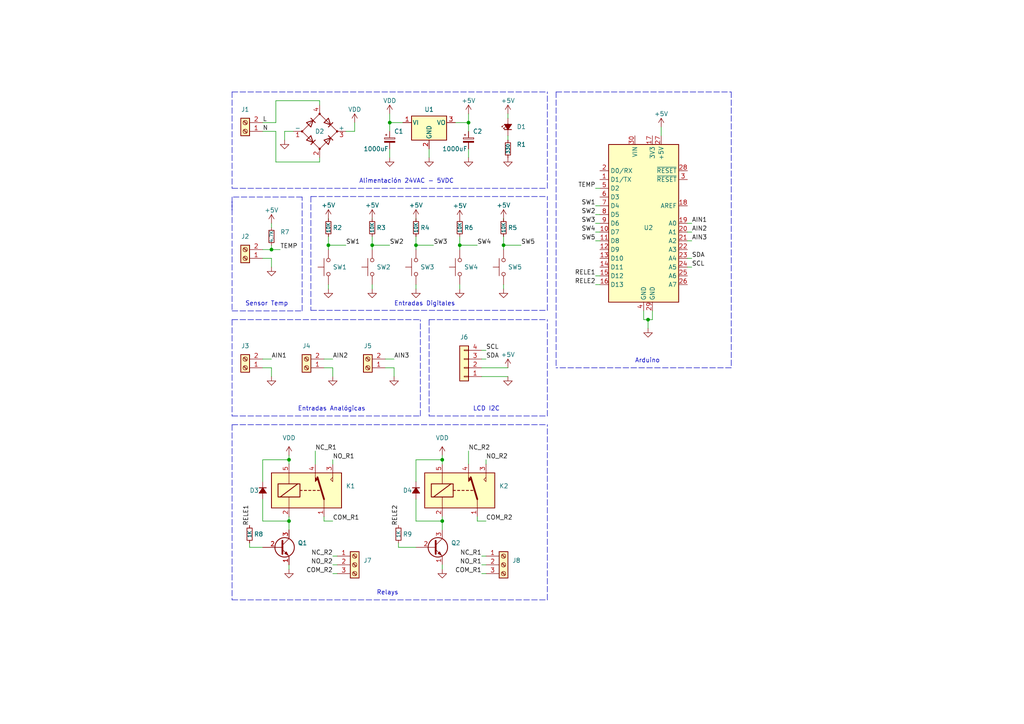
<source format=kicad_sch>
(kicad_sch (version 20211123) (generator eeschema)
  (paper "A4")
  (title_block (title "PCB Control del Lago") (date "2022-09-08") (rev "V 1.0") (company "@ealvarado"))
  (lib_symbols
    (symbol "Connector:Screw_Terminal_01x02" (pin_names (offset 1.016) hide)
      (property "Reference" "J" (at 0 2.54 0))
      (property "Value" "Screw_Terminal_01x02" (at 0 -5.08 0))
      (symbol "Screw_Terminal_01x02_1_1"
        (rectangle (start -1.27 1.27) (end 1.27 -3.81) (stroke (width 0.254)) (fill (type background)))
        (circle (center 0 -2.54) (radius 0.635) (stroke (width 0.1524)))
        (polyline (pts (xy -0.5334 -2.2098) (xy 0.3302 -3.048)) (stroke (width 0.1524)))
        (polyline (pts (xy -0.5334 0.3302) (xy 0.3302 -0.508)) (stroke (width 0.1524)))
        (polyline (pts (xy -0.3556 -2.032) (xy 0.508 -2.8702)) (stroke (width 0.1524)))
        (polyline (pts (xy -0.3556 0.508) (xy 0.508 -0.3302)) (stroke (width 0.1524)))
        (circle (center 0 0) (radius 0.635) (stroke (width 0.1524)))
        (pin passive line (at -5.08 0 0) (length 3.81) (name "Pin_1") (number "1"))
        (pin passive line (at -5.08 -2.54 0) (length 3.81) (name "Pin_2") (number "2"))
      )
    )
    (symbol "Connector:Screw_Terminal_01x03" (pin_names (offset 1.016) hide)
      (property "Reference" "J" (at 0 5.08 0))
      (property "Value" "Screw_Terminal_01x03" (at 0 -5.08 0))
      (symbol "Screw_Terminal_01x03_1_1"
        (rectangle (start -1.27 3.81) (end 1.27 -3.81) (stroke (width 0.254)) (fill (type background)))
        (circle (center 0 -2.54) (radius 0.635) (stroke (width 0.1524)))
        (polyline (pts (xy -0.5334 -2.2098) (xy 0.3302 -3.048)) (stroke (width 0.1524)))
        (polyline (pts (xy -0.5334 0.3302) (xy 0.3302 -0.508)) (stroke (width 0.1524)))
        (polyline (pts (xy -0.5334 2.8702) (xy 0.3302 2.032)) (stroke (width 0.1524)))
        (polyline (pts (xy -0.3556 -2.032) (xy 0.508 -2.8702)) (stroke (width 0.1524)))
        (polyline (pts (xy -0.3556 0.508) (xy 0.508 -0.3302)) (stroke (width 0.1524)))
        (polyline (pts (xy -0.3556 3.048) (xy 0.508 2.2098)) (stroke (width 0.1524)))
        (circle (center 0 0) (radius 0.635) (stroke (width 0.1524)))
        (circle (center 0 2.54) (radius 0.635) (stroke (width 0.1524)))
        (pin passive line (at -5.08 2.54 0) (length 3.81) (name "Pin_1") (number "1"))
        (pin passive line (at -5.08 0 0) (length 3.81) (name "Pin_2") (number "2"))
        (pin passive line (at -5.08 -2.54 0) (length 3.81) (name "Pin_3") (number "3"))
      )
    )
    (symbol "Connector_Generic:Conn_01x04" (pin_names (offset 1.016) hide)
      (property "Reference" "J" (at 0 5.08 0))
      (property "Value" "Conn_01x04" (at 0 -7.62 0))
      (symbol "Conn_01x04_1_1"
        (rectangle (start -1.27 -4.953) (end 0 -5.207) (stroke (width 0.1524)))
        (rectangle (start -1.27 -2.413) (end 0 -2.667) (stroke (width 0.1524)))
        (rectangle (start -1.27 0.127) (end 0 -0.127) (stroke (width 0.1524)))
        (rectangle (start -1.27 2.667) (end 0 2.413) (stroke (width 0.1524)))
        (rectangle (start -1.27 3.81) (end 1.27 -6.35) (stroke (width 0.254)) (fill (type background)))
        (pin passive line (at -5.08 2.54 0) (length 3.81) (name "Pin_1") (number "1"))
        (pin passive line (at -5.08 0 0) (length 3.81) (name "Pin_2") (number "2"))
        (pin passive line (at -5.08 -2.54 0) (length 3.81) (name "Pin_3") (number "3"))
        (pin passive line (at -5.08 -5.08 0) (length 3.81) (name "Pin_4") (number "4"))
      )
    )
    (symbol "Device:C_Polarized_Small" (pin_numbers hide) (pin_names (offset 0.254) hide)
      (property "Reference" "C" (at 0.254 1.778 0))
      (property "Value" "C_Polarized_Small" (at 0.254 -2.032 0))
      (symbol "C_Polarized_Small_0_1"
        (rectangle (start -1.524 -0.3048) (end 1.524 -0.6858) (fill (type outline)))
        (rectangle (start -1.524 0.6858) (end 1.524 0.3048))
        (polyline (pts (xy -1.27 1.524) (xy -0.762 1.524)))
        (polyline (pts (xy -1.016 1.27) (xy -1.016 1.778)))
      )
      (symbol "C_Polarized_Small_1_1"
        (pin passive line (at 0 2.54 270) (length 1.8542) (name "~") (number "1"))
        (pin passive line (at 0 -2.54 90) (length 1.8542) (name "~") (number "2"))
      )
    )
    (symbol "Device:D_Bridge_-A+A" (pin_names (offset 0))
      (property "Reference" "D" (at 2.54 6.985 0))
      (property "Value" "D_Bridge_-A+A" (at 2.54 5.08 0))
      (symbol "D_Bridge_-A+A_0_1"
        (circle (center -5.08 0) (radius 0.254) (fill (type outline)))
        (circle (center 0 -5.08) (radius 0.254) (fill (type outline)))
        (polyline (pts (xy -2.54 3.81) (xy -1.27 2.54)) (stroke (width 0.254)))
        (polyline (pts (xy -1.27 -2.54) (xy -2.54 -3.81)) (stroke (width 0.254)))
        (polyline (pts (xy 2.54 -1.27) (xy 3.81 -2.54)) (stroke (width 0.254)))
        (polyline (pts (xy 2.54 1.27) (xy 3.81 2.54)) (stroke (width 0.254)))
        (polyline (pts (xy -3.81 2.54) (xy -2.54 1.27) (xy -1.905 3.175) (xy -3.81 2.54)) (stroke (width 0.254)))
        (polyline (pts (xy -2.54 -1.27) (xy -3.81 -2.54) (xy -1.905 -3.175) (xy -2.54 -1.27)) (stroke (width 0.254)))
        (polyline (pts (xy 1.27 2.54) (xy 2.54 3.81) (xy 3.175 1.905) (xy 1.27 2.54)) (stroke (width 0.254)))
        (polyline (pts (xy 3.175 -1.905) (xy 1.27 -2.54) (xy 2.54 -3.81) (xy 3.175 -1.905)) (stroke (width 0.254)))
        (polyline (pts (xy -5.08 0) (xy 0 -5.08) (xy 5.08 0) (xy 0 5.08) (xy -5.08 0)))
        (circle (center 0 5.08) (radius 0.254) (fill (type outline)))
        (circle (center 5.08 0) (radius 0.254) (fill (type outline)))
      )
      (symbol "D_Bridge_-A+A_1_1"
        (pin passive line (at -7.62 0 0) (length 2.54) (name "-") (number "1"))
        (pin passive line (at 0 -7.62 90) (length 2.54) (name "~") (number "2"))
        (pin passive line (at 7.62 0 180) (length 2.54) (name "+") (number "3"))
        (pin passive line (at 0 7.62 270) (length 2.54) (name "~") (number "4"))
      )
    )
    (symbol "Device:D_Small_Filled" (pin_numbers hide) (pin_names (offset 0.254) hide)
      (property "Reference" "D" (at -1.27 2.032 0))
      (property "Value" "D_Small_Filled" (at -3.81 -2.032 0))
      (symbol "D_Small_Filled_0_1"
        (polyline (pts (xy -0.762 -1.016) (xy -0.762 1.016)) (stroke (width 0.254)))
        (polyline (pts (xy -0.762 0) (xy 0.762 0)))
        (polyline (pts (xy 0.762 -1.016) (xy -0.762 0) (xy 0.762 1.016) (xy 0.762 -1.016)) (stroke (width 0.254)) (fill (type outline)))
      )
      (symbol "D_Small_Filled_1_1"
        (pin passive line (at -2.54 0 0) (length 1.778) (name "K") (number "1"))
        (pin passive line (at 2.54 0 180) (length 1.778) (name "A") (number "2"))
      )
    )
    (symbol "Device:LED_Small_Filled" (pin_numbers hide) (pin_names (offset 0.254) hide)
      (property "Reference" "D" (at -1.27 3.175 0))
      (property "Value" "LED_Small_Filled" (at -4.445 -2.54 0))
      (symbol "LED_Small_Filled_0_1"
        (polyline (pts (xy -0.762 -1.016) (xy -0.762 1.016)) (stroke (width 0.254)))
        (polyline (pts (xy 1.016 0) (xy -0.762 0)))
        (polyline (pts (xy 0.762 -1.016) (xy -0.762 0) (xy 0.762 1.016) (xy 0.762 -1.016)) (stroke (width 0.254)) (fill (type outline)))
        (polyline (pts (xy 0 0.762) (xy -0.508 1.27) (xy -0.254 1.27) (xy -0.508 1.27) (xy -0.508 1.016)))
        (polyline (pts (xy 0.508 1.27) (xy 0 1.778) (xy 0.254 1.778) (xy 0 1.778) (xy 0 1.524)))
      )
      (symbol "LED_Small_Filled_1_1"
        (pin passive line (at -2.54 0 0) (length 1.778) (name "K") (number "1"))
        (pin passive line (at 2.54 0 180) (length 1.778) (name "A") (number "2"))
      )
    )
    (symbol "Device:R_Small" (pin_numbers hide) (pin_names (offset 0.254) hide)
      (property "Reference" "R" (at 0.762 0.508 0))
      (property "Value" "R_Small" (at 0.762 -1.016 0))
      (symbol "R_Small_0_1"
        (rectangle (start -0.762 1.778) (end 0.762 -1.778) (stroke (width 0.2032)))
      )
      (symbol "R_Small_1_1"
        (pin passive line (at 0 2.54 270) (length 0.762) (name "~") (number "1"))
        (pin passive line (at 0 -2.54 90) (length 0.762) (name "~") (number "2"))
      )
    )
    (symbol "MCU_Module:Arduino_Nano_v3.x"
      (property "Reference" "A" (at -10.16 23.495 0))
      (property "Value" "Arduino_Nano_v3.x" (at 5.08 -24.13 0))
      (symbol "Arduino_Nano_v3.x_0_1"
        (rectangle (start -10.16 22.86) (end 10.16 -22.86) (stroke (width 0.254)) (fill (type background)))
      )
      (symbol "Arduino_Nano_v3.x_1_1"
        (pin bidirectional line (at -12.7 12.7 0) (length 2.54) (name "D1/TX") (number "1"))
        (pin bidirectional line (at -12.7 -2.54 0) (length 2.54) (name "D7") (number "10"))
        (pin bidirectional line (at -12.7 -5.08 0) (length 2.54) (name "D8") (number "11"))
        (pin bidirectional line (at -12.7 -7.62 0) (length 2.54) (name "D9") (number "12"))
        (pin bidirectional line (at -12.7 -10.16 0) (length 2.54) (name "D10") (number "13"))
        (pin bidirectional line (at -12.7 -12.7 0) (length 2.54) (name "D11") (number "14"))
        (pin bidirectional line (at -12.7 -15.24 0) (length 2.54) (name "D12") (number "15"))
        (pin bidirectional line (at -12.7 -17.78 0) (length 2.54) (name "D13") (number "16"))
        (pin power_out line (at 2.54 25.4 270) (length 2.54) (name "3V3") (number "17"))
        (pin input line (at 12.7 5.08 180) (length 2.54) (name "AREF") (number "18"))
        (pin bidirectional line (at 12.7 0 180) (length 2.54) (name "A0") (number "19"))
        (pin bidirectional line (at -12.7 15.24 0) (length 2.54) (name "D0/RX") (number "2"))
        (pin bidirectional line (at 12.7 -2.54 180) (length 2.54) (name "A1") (number "20"))
        (pin bidirectional line (at 12.7 -5.08 180) (length 2.54) (name "A2") (number "21"))
        (pin bidirectional line (at 12.7 -7.62 180) (length 2.54) (name "A3") (number "22"))
        (pin bidirectional line (at 12.7 -10.16 180) (length 2.54) (name "A4") (number "23"))
        (pin bidirectional line (at 12.7 -12.7 180) (length 2.54) (name "A5") (number "24"))
        (pin bidirectional line (at 12.7 -15.24 180) (length 2.54) (name "A6") (number "25"))
        (pin bidirectional line (at 12.7 -17.78 180) (length 2.54) (name "A7") (number "26"))
        (pin power_out line (at 5.08 25.4 270) (length 2.54) (name "+5V") (number "27"))
        (pin input line (at 12.7 15.24 180) (length 2.54) (name "~{RESET}") (number "28"))
        (pin power_in line (at 2.54 -25.4 90) (length 2.54) (name "GND") (number "29"))
        (pin input line (at 12.7 12.7 180) (length 2.54) (name "~{RESET}") (number "3"))
        (pin power_in line (at -2.54 25.4 270) (length 2.54) (name "VIN") (number "30"))
        (pin power_in line (at 0 -25.4 90) (length 2.54) (name "GND") (number "4"))
        (pin bidirectional line (at -12.7 10.16 0) (length 2.54) (name "D2") (number "5"))
        (pin bidirectional line (at -12.7 7.62 0) (length 2.54) (name "D3") (number "6"))
        (pin bidirectional line (at -12.7 5.08 0) (length 2.54) (name "D4") (number "7"))
        (pin bidirectional line (at -12.7 2.54 0) (length 2.54) (name "D5") (number "8"))
        (pin bidirectional line (at -12.7 0 0) (length 2.54) (name "D6") (number "9"))
      )
    )
    (symbol "Regulator_Linear:LM7805_TO220" (pin_names (offset 0.254))
      (property "Reference" "U" (at -3.81 3.175 0))
      (property "Value" "LM7805_TO220" (at 0 3.175 0))
      (symbol "LM7805_TO220_0_1"
        (rectangle (start -5.08 1.905) (end 5.08 -5.08) (stroke (width 0.254)) (fill (type background)))
      )
      (symbol "LM7805_TO220_1_1"
        (pin power_in line (at -7.62 0 0) (length 2.54) (name "VI") (number "1"))
        (pin power_in line (at 0 -7.62 90) (length 2.54) (name "GND") (number "2"))
        (pin power_out line (at 7.62 0 180) (length 2.54) (name "VO") (number "3"))
      )
    )
    (symbol "Relay:G5LE-1"
      (property "Reference" "K" (at 11.43 3.81 0))
      (property "Value" "G5LE-1" (at 11.43 1.27 0))
      (symbol "G5LE-1_0_0"
        (polyline (pts (xy 7.62 5.08) (xy 7.62 2.54) (xy 6.985 3.175) (xy 7.62 3.81)))
      )
      (symbol "G5LE-1_0_1"
        (rectangle (start -10.16 5.08) (end 10.16 -5.08) (stroke (width 0.254)) (fill (type background)))
        (rectangle (start -8.255 1.905) (end -1.905 -1.905) (stroke (width 0.254)))
        (polyline (pts (xy -7.62 -1.905) (xy -2.54 1.905)) (stroke (width 0.254)))
        (polyline (pts (xy -5.08 -5.08) (xy -5.08 -1.905)))
        (polyline (pts (xy -5.08 5.08) (xy -5.08 1.905)))
        (polyline (pts (xy -1.905 0) (xy -1.27 0)) (stroke (width 0.254)))
        (polyline (pts (xy -0.635 0) (xy 0 0)) (stroke (width 0.254)))
        (polyline (pts (xy 0.635 0) (xy 1.27 0)) (stroke (width 0.254)))
        (polyline (pts (xy 1.905 0) (xy 2.54 0)) (stroke (width 0.254)))
        (polyline (pts (xy 3.175 0) (xy 3.81 0)) (stroke (width 0.254)))
        (polyline (pts (xy 5.08 -2.54) (xy 3.175 3.81)) (stroke (width 0.508)))
        (polyline (pts (xy 5.08 -2.54) (xy 5.08 -5.08)))
        (polyline (pts (xy 2.54 5.08) (xy 2.54 2.54) (xy 3.175 3.175) (xy 2.54 3.81)) (fill (type outline)))
      )
      (symbol "G5LE-1_1_1"
        (pin passive line (at 5.08 -7.62 90) (length 2.54) (name "~") (number "1"))
        (pin passive line (at -5.08 -7.62 90) (length 2.54) (name "~") (number "2"))
        (pin passive line (at 7.62 7.62 270) (length 2.54) (name "~") (number "3"))
        (pin passive line (at 2.54 7.62 270) (length 2.54) (name "~") (number "4"))
        (pin passive line (at -5.08 7.62 270) (length 2.54) (name "~") (number "5"))
      )
    )
    (symbol "Switch:SW_Push" (pin_numbers hide) (pin_names (offset 1.016) hide)
      (property "Reference" "SW" (at 1.27 2.54 0))
      (property "Value" "SW_Push" (at 0 -1.524 0))
      (symbol "SW_Push_0_1"
        (circle (center -2.032 0) (radius 0.508))
        (polyline (pts (xy 0 1.27) (xy 0 3.048)))
        (polyline (pts (xy 2.54 1.27) (xy -2.54 1.27)))
        (circle (center 2.032 0) (radius 0.508))
        (pin passive line (at -5.08 0 0) (length 2.54) (name "1") (number "1"))
        (pin passive line (at 5.08 0 180) (length 2.54) (name "2") (number "2"))
      )
    )
    (symbol "Transistor_BJT:2N2219" (pin_names (offset 0) hide)
      (property "Reference" "Q" (at 5.08 1.905 0))
      (property "Value" "2N2219" (at 5.08 0 0))
      (symbol "2N2219_0_1"
        (polyline (pts (xy 0.635 0.635) (xy 2.54 2.54)))
        (polyline (pts (xy 0.635 -0.635) (xy 2.54 -2.54) (xy 2.54 -2.54)))
        (polyline (pts (xy 0.635 1.905) (xy 0.635 -1.905) (xy 0.635 -1.905)) (stroke (width 0.508)))
        (polyline (pts (xy 1.27 -1.778) (xy 1.778 -1.27) (xy 2.286 -2.286) (xy 1.27 -1.778) (xy 1.27 -1.778)) (fill (type outline)))
        (circle (center 1.27 0) (radius 2.8194) (stroke (width 0.254)))
      )
      (symbol "2N2219_1_1"
        (pin passive line (at 2.54 -5.08 90) (length 2.54) (name "E") (number "1"))
        (pin passive line (at -5.08 0 0) (length 5.715) (name "B") (number "2"))
        (pin passive line (at 2.54 5.08 270) (length 2.54) (name "C") (number "3"))
      )
    )
    (symbol "power:+5V" (power) (pin_names (offset 0))
      (property "Value" "+5V" (at 0 3.556 0))
      (symbol "+5V_0_1"
        (polyline (pts (xy -0.762 1.27) (xy 0 2.54)))
        (polyline (pts (xy 0 0) (xy 0 2.54)))
        (polyline (pts (xy 0 2.54) (xy 0.762 1.27)))
      )
      (symbol "+5V_1_1"
        (pin power_in line (at 0 0 90) (length 0) hide (name "+5V") (number "1"))
      )
    )
    (symbol "power:GND" (power) (pin_names (offset 0))
      (property "Value" "GND" (at 0 -3.81 0))
      (symbol "GND_0_1"
        (polyline (pts (xy 0 0) (xy 0 -1.27) (xy 1.27 -1.27) (xy 0 -2.54) (xy -1.27 -1.27) (xy 0 -1.27)))
      )
      (symbol "GND_1_1"
        (pin power_in line (at 0 0 270) (length 0) hide (name "GND") (number "1"))
      )
    )
    (symbol "power:VDD" (power) (pin_names (offset 0))
      (property "Value" "VDD" (at 0 3.81 0))
      (symbol "VDD_0_1"
        (polyline (pts (xy -0.762 1.27) (xy 0 2.54)))
        (polyline (pts (xy 0 0) (xy 0 2.54)))
        (polyline (pts (xy 0 2.54) (xy 0.762 1.27)))
      )
      (symbol "VDD_1_1"
        (pin power_in line (at 0 0 90) (length 0) hide (name "VDD") (number "1"))
      )
    )
  )
  (junction (at 107.95 71.12))
  (junction (at 113.03 35.56))
  (junction (at 95.25 71.12))
  (junction (at 187.96 92.71))
  (junction (at 146.05 71.12))
  (junction (at 120.65 71.12))
  (junction (at 128.27 133.35))
  (junction (at 135.89 35.56))
  (junction (at 83.82 151.13))
  (junction (at 78.74 72.39))
  (junction (at 83.82 133.35))
  (junction (at 128.27 151.13))
  (junction (at 133.35 71.12))
  (wire (pts (xy 139.7 163.83) (xy 140.97 163.83)))
  (wire (pts (xy 147.32 34.29) (xy 147.32 33.02)))
  (polyline (pts (xy 158.75 120.65) (xy 158.75 92.71)))
  (polyline (pts (xy 87.63 57.15) (xy 67.31 57.15)))
  (polyline (pts (xy 124.46 92.71) (xy 124.46 120.65)))
  (wire (pts (xy 133.35 71.12) (xy 138.43 71.12)))
  (wire (pts (xy 96.52 163.83) (xy 97.79 163.83)))
  (wire (pts (xy 200.66 69.85) (xy 199.39 69.85)))
  (wire (pts (xy 95.25 63.3499) (xy 95.25 63.5)))
  (polyline (pts (xy 212.09 26.67) (xy 212.09 106.68)))
  (wire (pts (xy 113.03 43.18) (xy 113.03 45.72)))
  (wire (pts (xy 114.3 109.22) (xy 114.3 106.68)))
  (wire (pts (xy 187.96 92.71) (xy 189.23 92.71)))
  (wire (pts (xy 128.27 163.83) (xy 128.27 165.1)))
  (wire (pts (xy 146.05 68.58) (xy 146.05 71.12)))
  (polyline (pts (xy 67.31 120.65) (xy 121.92 120.65)))
  (polyline (pts (xy 158.75 90.0199) (xy 158.75 56.9999)))
  (wire (pts (xy 78.74 77.47) (xy 78.74 74.93)))
  (wire (pts (xy 128.27 133.35) (xy 128.27 134.62)))
  (polyline (pts (xy 158.75 173.99) (xy 158.75 123.19)))
  (wire (pts (xy 200.66 67.31) (xy 199.39 67.31)))
  (wire (pts (xy 100.33 38.1) (xy 102.87 38.1)))
  (wire (pts (xy 138.43 149.86) (xy 138.43 151.13)))
  (wire (pts (xy 107.95 71.12) (xy 107.95 72.39)))
  (polyline (pts (xy 67.31 173.99) (xy 158.75 173.99)))
  (polyline (pts (xy 124.46 120.65) (xy 158.75 120.65)))
  (wire (pts (xy 189.23 92.71) (xy 189.23 90.17)))
  (wire (pts (xy 76.2 139.7) (xy 76.2 133.35)))
  (wire (pts (xy 95.25 82.55) (xy 95.25 83.82)))
  (wire (pts (xy 96.52 161.29) (xy 97.79 161.29)))
  (wire (pts (xy 83.82 151.13) (xy 83.82 153.67)))
  (wire (pts (xy 120.65 63.3499) (xy 120.65 63.5)))
  (wire (pts (xy 83.82 149.86) (xy 83.82 151.13)))
  (polyline (pts (xy 67.31 90.17) (xy 87.63 90.17)))
  (polyline (pts (xy 87.63 90.17) (xy 87.63 57.15)))
  (wire (pts (xy 72.39 158.75) (xy 76.2 158.75)))
  (polyline (pts (xy 67.31 92.71) (xy 67.31 120.65)))
  (polyline (pts (xy 90.17 56.9999) (xy 158.75 56.9999)))
  (wire (pts (xy 76.2 144.78) (xy 76.2 151.13)))
  (wire (pts (xy 78.74 72.39) (xy 76.2 72.39)))
  (polyline (pts (xy 158.75 54.61) (xy 158.75 26.67)))
  (wire (pts (xy 124.46 43.18) (xy 124.46 45.72)))
  (polyline (pts (xy 161.29 26.67) (xy 212.09 26.67)))
  (wire (pts (xy 83.82 163.83) (xy 83.82 165.1)))
  (wire (pts (xy 172.72 82.55) (xy 173.99 82.55)))
  (wire (pts (xy 139.7 166.37) (xy 140.97 166.37)))
  (wire (pts (xy 83.82 133.35) (xy 83.82 134.62)))
  (wire (pts (xy 172.72 62.23) (xy 173.99 62.23)))
  (wire (pts (xy 80.01 38.1) (xy 80.01 46.99)))
  (wire (pts (xy 120.65 151.13) (xy 128.27 151.13)))
  (wire (pts (xy 138.43 151.13) (xy 140.97 151.13)))
  (wire (pts (xy 93.98 151.13) (xy 96.52 151.13)))
  (wire (pts (xy 186.69 92.71) (xy 187.96 92.71)))
  (wire (pts (xy 120.65 68.58) (xy 120.65 71.12)))
  (wire (pts (xy 120.65 133.35) (xy 128.27 133.35)))
  (wire (pts (xy 111.76 106.68) (xy 114.3 106.68)))
  (wire (pts (xy 76.2 151.13) (xy 83.82 151.13)))
  (wire (pts (xy 78.74 64.77) (xy 78.74 66.04)))
  (wire (pts (xy 146.05 71.12) (xy 151.13 71.12)))
  (wire (pts (xy 113.03 35.56) (xy 113.03 38.1)))
  (wire (pts (xy 96.52 109.22) (xy 96.52 106.68)))
  (polyline (pts (xy 67.31 26.67) (xy 158.75 26.67)))
  (polyline (pts (xy 124.46 92.71) (xy 158.75 92.71)))
  (wire (pts (xy 95.25 68.58) (xy 95.25 71.12)))
  (wire (pts (xy 120.65 139.7) (xy 120.65 133.35)))
  (wire (pts (xy 133.35 82.55) (xy 133.35 83.82)))
  (polyline (pts (xy 67.31 57.15) (xy 67.31 60.96)))
  (wire (pts (xy 172.72 80.01) (xy 173.99 80.01)))
  (wire (pts (xy 83.82 132.08) (xy 83.82 133.35)))
  (wire (pts (xy 200.66 77.47) (xy 199.39 77.47)))
  (wire (pts (xy 120.65 144.78) (xy 120.65 151.13)))
  (polyline (pts (xy 90.17 56.9999) (xy 90.17 90.0199)))
  (polyline (pts (xy 67.31 92.71) (xy 121.92 92.71)))
  (wire (pts (xy 133.35 71.12) (xy 133.35 72.39)))
  (polyline (pts (xy 90.17 90.0199) (xy 158.75 90.0199)))
  (wire (pts (xy 139.7 101.6) (xy 140.97 101.6)))
  (wire (pts (xy 72.39 157.48) (xy 72.39 158.75)))
  (wire (pts (xy 80.01 46.99) (xy 92.71 46.99)))
  (wire (pts (xy 96.52 134.62) (xy 96.52 133.35)))
  (wire (pts (xy 146.05 63.3499) (xy 146.05 63.5)))
  (wire (pts (xy 92.71 29.21) (xy 92.71 30.48)))
  (wire (pts (xy 91.44 130.81) (xy 91.44 134.62)))
  (wire (pts (xy 135.89 35.56) (xy 135.89 38.1)))
  (wire (pts (xy 135.89 43.18) (xy 135.89 45.72)))
  (wire (pts (xy 76.2 133.35) (xy 83.82 133.35)))
  (wire (pts (xy 172.72 59.69) (xy 173.99 59.69)))
  (wire (pts (xy 128.27 149.86) (xy 128.27 151.13)))
  (wire (pts (xy 76.2 74.93) (xy 78.74 74.93)))
  (wire (pts (xy 128.27 151.13) (xy 128.27 153.67)))
  (wire (pts (xy 76.2 106.68) (xy 78.74 106.68)))
  (wire (pts (xy 115.57 158.75) (xy 120.65 158.75)))
  (wire (pts (xy 93.98 106.68) (xy 96.52 106.68)))
  (wire (pts (xy 80.01 35.56) (xy 80.01 29.21)))
  (wire (pts (xy 132.08 35.56) (xy 135.89 35.56)))
  (wire (pts (xy 78.74 71.12) (xy 78.74 72.39)))
  (wire (pts (xy 172.72 69.85) (xy 173.99 69.85)))
  (polyline (pts (xy 67.31 123.19) (xy 67.31 173.99)))
  (wire (pts (xy 133.35 68.58) (xy 133.35 71.12)))
  (wire (pts (xy 114.3 104.14) (xy 111.76 104.14)))
  (wire (pts (xy 120.65 71.12) (xy 120.65 72.39)))
  (wire (pts (xy 135.89 130.81) (xy 135.89 134.62)))
  (wire (pts (xy 95.25 71.12) (xy 100.33 71.12)))
  (wire (pts (xy 128.27 132.08) (xy 128.27 133.35)))
  (wire (pts (xy 187.96 92.71) (xy 187.96 95.25)))
  (wire (pts (xy 139.7 106.68) (xy 147.32 106.68)))
  (wire (pts (xy 78.74 72.39) (xy 81.28 72.39)))
  (wire (pts (xy 139.7 109.22) (xy 147.32 109.22)))
  (wire (pts (xy 172.72 54.61) (xy 173.99 54.61)))
  (polyline (pts (xy 67.31 26.67) (xy 67.31 54.61)))
  (wire (pts (xy 92.71 46.99) (xy 92.71 45.72)))
  (wire (pts (xy 115.57 157.48) (xy 115.57 158.75)))
  (wire (pts (xy 140.97 134.62) (xy 140.97 133.35)))
  (wire (pts (xy 139.7 104.14) (xy 140.97 104.14)))
  (wire (pts (xy 139.7 161.29) (xy 140.97 161.29)))
  (polyline (pts (xy 67.31 54.61) (xy 158.75 54.61)))
  (wire (pts (xy 135.89 33.02) (xy 135.89 35.56)))
  (polyline (pts (xy 161.29 26.67) (xy 161.29 106.68)))
  (wire (pts (xy 200.66 74.93) (xy 199.39 74.93)))
  (wire (pts (xy 82.55 38.1) (xy 85.09 38.1)))
  (wire (pts (xy 107.95 63.3499) (xy 107.95 63.5)))
  (wire (pts (xy 113.03 35.56) (xy 116.84 35.56)))
  (wire (pts (xy 107.95 82.55) (xy 107.95 83.82)))
  (wire (pts (xy 147.32 39.37) (xy 147.32 40.64)))
  (wire (pts (xy 146.05 82.55) (xy 146.05 83.82)))
  (wire (pts (xy 172.72 67.31) (xy 173.99 67.31)))
  (wire (pts (xy 76.2 35.56) (xy 80.01 35.56)))
  (wire (pts (xy 96.52 104.14) (xy 93.98 104.14)))
  (polyline (pts (xy 212.09 106.68) (xy 161.29 106.68)))
  (polyline (pts (xy 121.92 120.65) (xy 121.92 92.71)))
  (wire (pts (xy 113.03 33.02) (xy 113.03 35.56)))
  (wire (pts (xy 95.25 71.12) (xy 95.25 72.39)))
  (wire (pts (xy 120.65 71.12) (xy 125.73 71.12)))
  (wire (pts (xy 102.87 38.1) (xy 102.87 35.56)))
  (wire (pts (xy 107.95 71.12) (xy 113.03 71.12)))
  (wire (pts (xy 172.72 64.77) (xy 173.99 64.77)))
  (polyline (pts (xy 67.31 58.42) (xy 67.31 90.17)))
  (wire (pts (xy 76.2 38.1) (xy 80.01 38.1)))
  (wire (pts (xy 186.69 90.17) (xy 186.69 92.71)))
  (wire (pts (xy 78.74 109.22) (xy 78.74 106.68)))
  (wire (pts (xy 82.55 40.64) (xy 82.55 38.1)))
  (wire (pts (xy 120.65 82.55) (xy 120.65 83.82)))
  (wire (pts (xy 191.77 36.83) (xy 191.77 39.37)))
  (wire (pts (xy 146.05 71.12) (xy 146.05 72.39)))
  (polyline (pts (xy 67.31 123.19) (xy 158.75 123.19)))
  (wire (pts (xy 80.01 29.21) (xy 92.71 29.21)))
  (wire (pts (xy 78.74 104.14) (xy 76.2 104.14)))
  (wire (pts (xy 96.52 166.37) (xy 97.79 166.37)))
  (wire (pts (xy 200.66 64.77) (xy 199.39 64.77)))
  (wire (pts (xy 107.95 68.58) (xy 107.95 71.12)))
  (wire (pts (xy 93.98 149.86) (xy 93.98 151.13)))
  (text "Sensor Temp" (at 71.12 88.9 0) (effects (font (size 1.27 1.27)) (justify left bottom)))
  (text "Entradas Analógicas" (at 86.36 119.38 0) (effects (font (size 1.27 1.27)) (justify left bottom)))
  (text "LCD I2C" (at 137.16 119.38 0) (effects (font (size 1.27 1.27)) (justify left bottom)))
  (text "Relays" (at 109.22 172.72 0) (effects (font (size 1.27 1.27)) (justify left bottom)))
  (text "Entradas Digitales" (at 114.3 88.9 0) (effects (font (size 1.27 1.27)) (justify left bottom)))
  (text "Alimentación 24VAC - 5VDC" (at 104.14 53.34 0) (effects (font (size 1.27 1.27)) (justify left bottom)))
  (text "Arduino" (at 184.15 105.41 0) (effects (font (size 1.27 1.27)) (justify left bottom)))
  (label "SW3" (at 125.73 71.12 0))
  (label "RELE2" (at 115.57 152.4 90))
  (label "COM_R1" (at 96.52 151.13 0))
  (label "SW5" (at 172.72 69.85 180))
  (label "SDA" (at 200.66 74.93 0))
  (label "AIN2" (at 96.52 104.14 0))
  (label "COM_R2" (at 96.52 166.37 180))
  (label "SW1" (at 100.33 71.12 0))
  (label "NO_R2" (at 96.52 163.83 180))
  (label "COM_R2" (at 140.97 151.13 0))
  (label "SW3" (at 172.72 64.77 180))
  (label "SCL" (at 140.97 101.6 0))
  (label "AIN1" (at 200.66 64.77 0))
  (label "AIN2" (at 200.66 67.31 0))
  (label "NC_R1" (at 91.44 130.81 0))
  (label "RELE1" (at 72.39 152.4 90))
  (label "TEMP" (at 81.28 72.39 0))
  (label "NO_R1" (at 96.52 133.35 0))
  (label "SW4" (at 172.72 67.31 180))
  (label "SW2" (at 113.03 71.12 0))
  (label "NC_R2" (at 135.89 130.81 0))
  (label "SW4" (at 138.43 71.12 0))
  (label "AIN3" (at 200.66 69.85 0))
  (label "COM_R1" (at 139.7 166.37 180))
  (label "NC_R1" (at 139.7 161.29 180))
  (label "SCL" (at 200.66 77.47 0))
  (label "AIN3" (at 114.3 104.14 0))
  (label "NO_R1" (at 139.7 163.83 180))
  (label "RELE1" (at 172.72 80.01 180))
  (label "L" (at 76.2 35.56 0))
  (label "RELE2" (at 172.72 82.55 180))
  (label "NC_R2" (at 96.52 161.29 180))
  (label "SDA" (at 140.97 104.14 0))
  (label "TEMP" (at 172.72 54.61 180))
  (label "SW2" (at 172.72 62.23 180))
  (label "N" (at 76.2 38.1 0))
  (label "AIN1" (at 78.74 104.14 0))
  (label "SW5" (at 151.13 71.12 0))
  (label "SW1" (at 172.72 59.69 180))
  (label "NO_R2" (at 140.97 133.35 0))
  (symbol (lib_id "power:GND") (at 147.32 109.22 0) (unit 1)
    (property "Reference" "#PWR028" (effects hide))
    (property "Value" "GND" (effects hide))
  )
  (symbol (lib_id "Device:R_Small") (at 72.39 154.94 0) (unit 1)
    (property "Reference" "R8" (at 73.66 154.94 0) (effects (justify left)))
    (property "Value" "1K" (at 72.39 154.94 90) (effects (font (size 1 1))))
    (property "Footprint" "Resistor_SMD:R_0805_2012Metric_Pad1.20x1.40mm_HandSolder" (effects hide))
  )
  (symbol (lib_id "Connector:Screw_Terminal_01x02") (at 71.12 106.68 180) (unit 1)
    (property "Reference" "J3" (at 71.12 100.33 0))
    (property "Value" "Screw_Terminal_01x02" (effects hide))
    (property "Footprint" "TerminalBlock_Phoenix:TerminalBlock_Phoenix_MKDS-1,5-2_1x02_P5.00mm_Horizontal" (effects hide))
  )
  (symbol (lib_id "Device:C_Polarized_Small") (at 135.89 40.64 0) (unit 1)
    (property "Reference" "C2" (at 137.16 38.1 0) (effects (justify left)))
    (property "Value" "1000uF" (at 128.27 43.18 0) (effects (justify left)))
    (property "Footprint" "Capacitor_SMD:CP_Elec_10x10.5" (effects hide))
  )
  (symbol (lib_id "power:GND") (at 95.25 83.82 0) (unit 1)
    (property "Reference" "#PWR018" (effects hide))
    (property "Value" "GND" (effects hide))
  )
  (symbol (lib_id "Device:R_Small") (at 107.95 66.04 0) (unit 1)
    (property "Reference" "R3" (at 109.22 66.04 0) (effects (justify left)))
    (property "Value" "10K" (at 107.95 66.04 90) (effects (font (size 1 1))))
    (property "Footprint" "Resistor_SMD:R_0805_2012Metric_Pad1.20x1.40mm_HandSolder" (effects hide))
  )
  (symbol (lib_id "Relay:G5LE-1") (at 88.9 142.24 0) (unit 1)
    (property "Reference" "K1" (at 100.33 140.9699 0) (effects (justify left)))
    (property "Value" "G5LE-1" (effects hide))
    (property "Footprint" "Relay_THT:Relay_SPDT_Omron-G5LE-1" (effects hide))
    (property "Datasheet" "http://www.omron.com/ecb/products/pdf/en-g5le.pdf" (effects hide))
  )
  (symbol (lib_id "power:GND") (at 146.05 83.82 0) (unit 1)
    (property "Reference" "#PWR022" (effects hide))
    (property "Value" "GND" (effects hide))
  )
  (symbol (lib_id "Device:LED_Small_Filled") (at 147.32 36.83 90) (unit 1)
    (property "Reference" "D1" (at 149.86 36.7664 90) (effects (justify right)))
    (property "Value" "LED_Small_Filled" (effects hide))
    (property "Footprint" "LED_SMD:LED_0805_2012Metric_Pad1.15x1.40mm_HandSolder" (effects hide))
  )
  (symbol (lib_id "power:GND") (at 128.27 165.1 0) (unit 1)
    (property "Reference" "#PWR032" (effects hide))
    (property "Value" "GND" (effects hide))
  )
  (symbol (lib_id "Device:D_Small_Filled") (at 120.65 142.24 90) (mirror x) (unit 1)
    (property "Reference" "D4" (at 116.84 142.24 90) (effects (justify right)))
    (property "Value" "D_Small_Filled" (effects hide))
    (property "Footprint" "Diode_THT:D_DO-41_SOD81_P7.62mm_Horizontal" (effects hide))
  )
  (symbol (lib_id "Relay:G5LE-1") (at 133.35 142.24 0) (unit 1)
    (property "Reference" "K2" (at 144.78 140.9699 0) (effects (justify left)))
    (property "Value" "G5LE-1" (effects hide))
    (property "Footprint" "Relay_THT:Relay_SPDT_Omron-G5LE-1" (effects hide))
    (property "Datasheet" "http://www.omron.com/ecb/products/pdf/en-g5le.pdf" (effects hide))
  )
  (symbol (lib_id "Device:R_Small") (at 147.32 43.18 0) (unit 1)
    (property "Reference" "R1" (at 149.86 41.9099 0) (effects (justify left)))
    (property "Value" "330" (at 147.32 43.18 90) (effects (font (size 1 1))))
    (property "Footprint" "Resistor_SMD:R_0805_2012Metric_Pad1.20x1.40mm_HandSolder" (effects hide))
  )
  (symbol (lib_id "power:GND") (at 124.46 45.72 0) (unit 1)
    (property "Reference" "#PWR08" (effects hide))
    (property "Value" "GND" (effects hide))
  )
  (symbol (lib_id "Connector:Screw_Terminal_01x02") (at 88.9 106.68 180) (unit 1)
    (property "Reference" "J4" (at 88.9 100.33 0))
    (property "Value" "Screw_Terminal_01x02" (effects hide))
    (property "Footprint" "TerminalBlock_Phoenix:TerminalBlock_Phoenix_MKDS-1,5-2_1x02_P5.00mm_Horizontal" (effects hide))
  )
  (symbol (lib_id "power:GND") (at 114.3 109.22 0) (unit 1)
    (property "Reference" "#PWR027" (effects hide))
    (property "Value" "GND" (effects hide))
  )
  (symbol (lib_id "Device:D_Bridge_-A+A") (at 92.71 38.1 0) (unit 1)
    (property "Reference" "D2" (at 92.71 38.1 0))
    (property "Value" "D_Bridge_-A+A" (effects hide))
    (property "Footprint" "Diode_THT:Diode_Bridge_Round_D8.9mm" (effects hide))
  )
  (symbol (lib_id "power:GND") (at 113.03 45.72 0) (unit 1)
    (property "Reference" "#PWR07" (effects hide))
    (property "Value" "GND" (effects hide))
  )
  (symbol (lib_id "power:+5V") (at 191.77 36.83 0) (unit 1)
    (property "Reference" "#PWR05" (effects hide))
    (property "Value" "+5V" (at 191.77 33.02 0))
  )
  (symbol (lib_id "Connector_Generic:Conn_01x04") (at 134.62 106.68 180) (unit 1)
    (property "Reference" "J6" (at 134.62 97.79 0))
    (property "Value" "Conn_01x04" (effects hide))
    (property "Footprint" "Connector_PinHeader_2.54mm:PinHeader_1x04_P2.54mm_Vertical" (effects hide))
  )
  (symbol (lib_id "power:GND") (at 135.89 45.72 0) (unit 1)
    (property "Reference" "#PWR09" (effects hide))
    (property "Value" "GND" (effects hide))
  )
  (symbol (lib_id "Device:R_Small") (at 95.25 66.04 0) (unit 1)
    (property "Reference" "R2" (at 96.52 66.04 0) (effects (justify left)))
    (property "Value" "10K" (at 95.25 66.04 90) (effects (font (size 1 1))))
    (property "Footprint" "Resistor_SMD:R_0805_2012Metric_Pad1.20x1.40mm_HandSolder" (effects hide))
  )
  (symbol (lib_id "power:+5V") (at 147.32 33.02 0) (unit 1)
    (property "Reference" "#PWR03" (effects hide))
    (property "Value" "+5V" (at 147.32 29.21 0))
  )
  (symbol (lib_id "power:GND") (at 133.35 83.82 0) (unit 1)
    (property "Reference" "#PWR021" (effects hide))
    (property "Value" "GND" (effects hide))
  )
  (symbol (lib_id "power:GND") (at 82.55 40.64 0) (unit 1)
    (property "Reference" "#PWR06" (effects hide))
    (property "Value" "GND" (effects hide))
  )
  (symbol (lib_id "Device:R_Small") (at 146.05 66.04 0) (unit 1)
    (property "Reference" "R5" (at 147.32 66.04 0) (effects (justify left)))
    (property "Value" "10K" (at 146.05 66.04 90) (effects (font (size 1 1))))
    (property "Footprint" "Resistor_SMD:R_0805_2012Metric_Pad1.20x1.40mm_HandSolder" (effects hide))
  )
  (symbol (lib_id "power:GND") (at 120.65 83.82 0) (unit 1)
    (property "Reference" "#PWR020" (effects hide))
    (property "Value" "GND" (effects hide))
  )
  (symbol (lib_id "Connector:Screw_Terminal_01x02") (at 106.68 106.68 180) (unit 1)
    (property "Reference" "J5" (at 106.68 100.33 0))
    (property "Value" "Screw_Terminal_01x02" (effects hide))
    (property "Footprint" "TerminalBlock_Phoenix:TerminalBlock_Phoenix_MKDS-1,5-2_1x02_P5.00mm_Horizontal" (effects hide))
  )
  (symbol (lib_id "power:VDD") (at 128.27 132.08 0) (unit 1)
    (property "Reference" "#PWR030" (effects hide))
    (property "Value" "VDD" (at 128.27 127 0))
  )
  (symbol (lib_id "power:+5V") (at 120.65 63.3499 0) (unit 1)
    (property "Reference" "#PWR013" (effects hide))
    (property "Value" "+5V" (at 120.65 59.5399 0))
  )
  (symbol (lib_id "Connector:Screw_Terminal_01x02") (at 71.12 38.1 180) (unit 1)
    (property "Reference" "J1" (at 71.12 31.75 0))
    (property "Value" "Screw_Terminal_01x02" (effects hide))
    (property "Footprint" "TerminalBlock_Phoenix:TerminalBlock_Phoenix_MKDS-1,5-2_1x02_P5.00mm_Horizontal" (effects hide))
  )
  (symbol (lib_id "power:VDD") (at 83.82 132.08 0) (unit 1)
    (property "Reference" "#PWR029" (effects hide))
    (property "Value" "VDD" (at 83.82 127 0))
  )
  (symbol (lib_id "Switch:SW_Push") (at 107.95 77.47 90) (unit 1)
    (property "Reference" "SW2" (at 109.22 77.4699 90) (effects (justify right)))
    (property "Value" "SW_Push" (effects hide))
    (property "Footprint" "Button_Switch_THT:SW_PUSH_6mm" (effects hide))
  )
  (symbol (lib_id "power:GND") (at 187.96 95.25 0) (unit 1)
    (property "Reference" "#PWR023" (effects hide))
    (property "Value" "GND" (effects hide))
  )
  (symbol (lib_id "power:GND") (at 96.52 109.22 0) (unit 1)
    (property "Reference" "#PWR026" (effects hide))
    (property "Value" "GND" (effects hide))
  )
  (symbol (lib_id "power:GND") (at 78.74 109.22 0) (unit 1)
    (property "Reference" "#PWR025" (effects hide))
    (property "Value" "GND" (effects hide))
  )
  (symbol (lib_id "Connector:Screw_Terminal_01x03") (at 146.05 163.83 0) (unit 1)
    (property "Reference" "J8" (at 148.59 162.5599 0) (effects (justify left)))
    (property "Value" "Screw_Terminal_01x03" (effects hide))
    (property "Footprint" "TerminalBlock_Phoenix:TerminalBlock_Phoenix_MKDS-1,5-3_1x03_P5.00mm_Horizontal" (effects hide))
  )
  (symbol (lib_id "power:GND") (at 83.82 165.1 0) (unit 1)
    (property "Reference" "#PWR031" (effects hide))
    (property "Value" "GND" (effects hide))
  )
  (symbol (lib_id "power:VDD") (at 102.87 35.56 0) (unit 1)
    (property "Reference" "#PWR04" (effects hide))
    (property "Value" "VDD" (at 102.87 31.75 0))
  )
  (symbol (lib_id "power:+5V") (at 135.89 33.02 0) (unit 1)
    (property "Reference" "#PWR02" (effects hide))
    (property "Value" "+5V" (at 135.89 29.21 0))
  )
  (symbol (lib_id "power:GND") (at 107.95 83.82 0) (unit 1)
    (property "Reference" "#PWR019" (effects hide))
    (property "Value" "GND" (effects hide))
  )
  (symbol (lib_id "Switch:SW_Push") (at 95.25 77.47 90) (unit 1)
    (property "Reference" "SW1" (at 96.52 77.4699 90) (effects (justify right)))
    (property "Value" "SW_Push" (effects hide))
    (property "Footprint" "Button_Switch_THT:SW_PUSH_6mm" (effects hide))
  )
  (symbol (lib_id "power:+5V") (at 133.35 63.5 0) (unit 1)
    (property "Reference" "#PWR015" (effects hide))
    (property "Value" "+5V" (at 133.35 59.69 0))
  )
  (symbol (lib_id "Switch:SW_Push") (at 120.65 77.47 90) (unit 1)
    (property "Reference" "SW3" (at 121.92 77.4699 90) (effects (justify right)))
    (property "Value" "SW_Push" (effects hide))
    (property "Footprint" "Button_Switch_THT:SW_PUSH_6mm" (effects hide))
  )
  (symbol (lib_id "power:+5V") (at 146.05 63.3499 0) (unit 1)
    (property "Reference" "#PWR014" (effects hide))
    (property "Value" "+5V" (at 146.05 59.5399 0))
  )
  (symbol (lib_id "Device:R_Small") (at 115.57 154.94 0) (unit 1)
    (property "Reference" "R9" (at 116.84 154.94 0) (effects (justify left)))
    (property "Value" "1K" (at 115.57 154.94 90) (effects (font (size 1 1))))
    (property "Footprint" "Resistor_SMD:R_0805_2012Metric_Pad1.20x1.40mm_HandSolder" (effects hide))
  )
  (symbol (lib_id "power:GND") (at 78.74 77.47 0) (unit 1)
    (property "Reference" "#PWR017" (effects hide))
    (property "Value" "GND" (effects hide))
  )
  (symbol (lib_id "Device:D_Small_Filled") (at 76.2 142.24 90) (mirror x) (unit 1)
    (property "Reference" "D3" (at 72.39 142.24 90) (effects (justify right)))
    (property "Value" "D_Small_Filled" (effects hide))
    (property "Footprint" "Diode_THT:D_DO-41_SOD81_P7.62mm_Horizontal" (effects hide))
  )
  (symbol (lib_id "MCU_Module:Arduino_Nano_v3.x") (at 186.69 64.77 0) (unit 1)
    (property "Reference" "U2" (at 186.69 66.04 0) (effects (justify left)))
    (property "Value" "Arduino_Nano_v3.x" (effects hide))
    (property "Footprint" "Module:Arduino_Nano" (effects hide))
    (property "Datasheet" "http://www.mouser.com/pdfdocs/Gravitech_Arduino_Nano3_0.pdf" (effects hide))
  )
  (symbol (lib_id "Switch:SW_Push") (at 146.05 77.47 90) (unit 1)
    (property "Reference" "SW5" (at 147.32 77.4699 90) (effects (justify right)))
    (property "Value" "SW_Push" (effects hide))
    (property "Footprint" "Button_Switch_THT:SW_PUSH_6mm" (effects hide))
  )
  (symbol (lib_id "power:+5V") (at 107.95 63.3499 0) (unit 1)
    (property "Reference" "#PWR012" (effects hide))
    (property "Value" "+5V" (at 107.95 59.5399 0))
  )
  (symbol (lib_id "Regulator_Linear:LM7805_TO220") (at 124.46 35.56 0) (unit 1)
    (property "Reference" "U1" (at 124.46 31.75 0))
    (property "Value" "LM7805_TO220" (effects hide))
    (property "Footprint" "Package_TO_SOT_THT:TO-220-3_Vertical" (effects hide))
    (property "Datasheet" "https://www.onsemi.cn/PowerSolutions/document/MC7800-D.PDF" (effects hide))
  )
  (symbol (lib_id "Connector:Screw_Terminal_01x02") (at 71.12 74.93 180) (unit 1)
    (property "Reference" "J2" (at 71.12 68.58 0))
    (property "Value" "Screw_Terminal_01x02" (effects hide))
    (property "Footprint" "TerminalBlock_Phoenix:TerminalBlock_Phoenix_MKDS-1,5-2_1x02_P5.00mm_Horizontal" (effects hide))
  )
  (symbol (lib_id "power:VDD") (at 113.03 33.02 0) (unit 1)
    (property "Reference" "#PWR01" (effects hide))
    (property "Value" "VDD" (at 113.03 29.21 0))
  )
  (symbol (lib_id "Transistor_BJT:2N2219") (at 125.73 158.75 0) (unit 1)
    (property "Reference" "Q2" (at 130.81 157.4799 0) (effects (justify left)))
    (property "Value" "2N2219" (effects hide))
    (property "Footprint" "Package_TO_SOT_THT:TO-92" (effects hide))
    (property "Datasheet" "http://www.onsemi.com/pub_link/Collateral/2N2219-D.PDF" (effects hide))
  )
  (symbol (lib_id "Device:C_Polarized_Small") (at 113.03 40.64 0) (unit 1)
    (property "Reference" "C1" (at 114.3 38.1 0) (effects (justify left)))
    (property "Value" "1000uF" (at 105.41 43.18 0) (effects (justify left)))
    (property "Footprint" "Capacitor_SMD:CP_Elec_10x10.5" (effects hide))
  )
  (symbol (lib_id "power:+5V") (at 147.32 106.68 0) (unit 1)
    (property "Reference" "#PWR024" (effects hide))
    (property "Value" "+5V" (at 147.32 102.87 0))
  )
  (symbol (lib_id "Device:R_Small") (at 78.74 68.58 0) (unit 1)
    (property "Reference" "R7" (at 81.28 67.3099 0) (effects (justify left)))
    (property "Value" "4.7K" (at 78.74 68.58 90) (effects (font (size 1 1))))
    (property "Footprint" "Resistor_SMD:R_0805_2012Metric_Pad1.20x1.40mm_HandSolder" (effects hide))
  )
  (symbol (lib_id "Device:R_Small") (at 133.35 66.04 0) (unit 1)
    (property "Reference" "R6" (at 134.62 66.04 0) (effects (justify left)))
    (property "Value" "10K" (at 133.35 66.04 90) (effects (font (size 1 1))))
    (property "Footprint" "Resistor_SMD:R_0805_2012Metric_Pad1.20x1.40mm_HandSolder" (effects hide))
  )
  (symbol (lib_id "Connector:Screw_Terminal_01x03") (at 102.87 163.83 0) (unit 1)
    (property "Reference" "J7" (at 105.41 162.5599 0) (effects (justify left)))
    (property "Value" "Screw_Terminal_01x03" (effects hide))
    (property "Footprint" "TerminalBlock_Phoenix:TerminalBlock_Phoenix_MKDS-1,5-3_1x03_P5.00mm_Horizontal" (effects hide))
  )
  (symbol (lib_id "power:GND") (at 147.32 45.72 0) (unit 1)
    (property "Reference" "#PWR010" (effects hide))
    (property "Value" "GND" (effects hide))
  )
  (symbol (lib_id "Switch:SW_Push") (at 133.35 77.47 90) (unit 1)
    (property "Reference" "SW4" (at 134.62 77.4699 90) (effects (justify right)))
    (property "Value" "SW_Push" (effects hide))
    (property "Footprint" "Button_Switch_THT:SW_PUSH_6mm" (effects hide))
  )
  (symbol (lib_id "Transistor_BJT:2N2219") (at 81.28 158.75 0) (unit 1)
    (property "Reference" "Q1" (at 86.36 157.4799 0) (effects (justify left)))
    (property "Value" "2N2219" (effects hide))
    (property "Footprint" "Package_TO_SOT_THT:TO-92" (effects hide))
    (property "Datasheet" "http://www.onsemi.com/pub_link/Collateral/2N2219-D.PDF" (effects hide))
  )
  (symbol (lib_id "power:+5V") (at 78.74 64.77 0) (unit 1)
    (property "Reference" "#PWR016" (effects hide))
    (property "Value" "+5V" (at 78.74 60.96 0))
  )
  (symbol (lib_id "power:+5V") (at 95.25 63.3499 0) (unit 1)
    (property "Reference" "#PWR011" (effects hide))
    (property "Value" "+5V" (at 95.25 59.5399 0))
  )
  (symbol (lib_id "Device:R_Small") (at 120.65 66.04 0) (unit 1)
    (property "Reference" "R4" (at 121.92 66.04 0) (effects (justify left)))
    (property "Value" "10K" (at 120.65 66.04 90) (effects (font (size 1 1))))
    (property "Footprint" "Resistor_SMD:R_0805_2012Metric_Pad1.20x1.40mm_HandSolder" (effects hide))
  )
)
</source>
